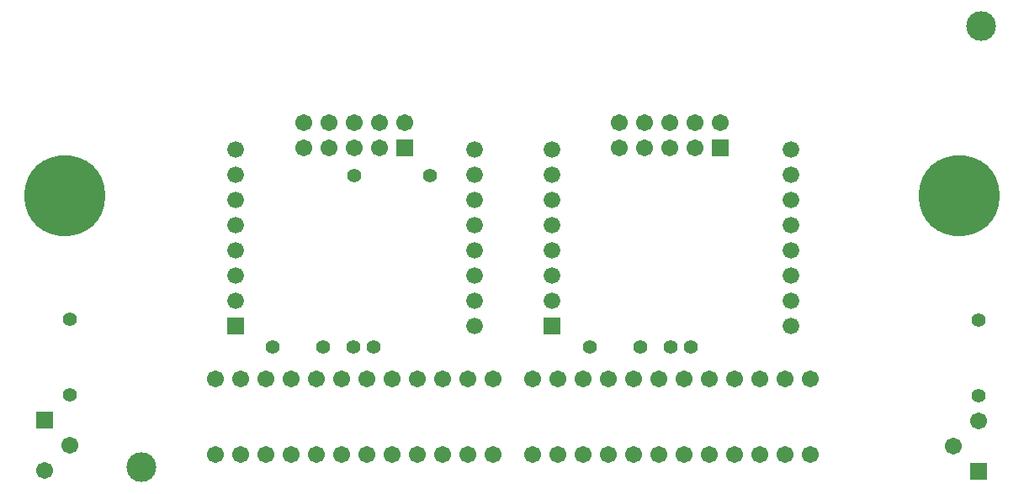
<source format=gbs>
G04*
G04 #@! TF.GenerationSoftware,Altium Limited,Altium Designer,20.0.13 (296)*
G04*
G04 Layer_Color=16711935*
%FSLAX25Y25*%
%MOIN*%
G70*
G01*
G75*
%ADD13C,0.32087*%
%ADD14C,0.11811*%
%ADD15C,0.06591*%
%ADD16R,0.06591X0.06591*%
%ADD17C,0.05512*%
%ADD18C,0.06732*%
%ADD19R,0.06732X0.06732*%
%ADD20R,0.06732X0.06732*%
D13*
X19685Y118110D02*
D03*
X374016D02*
D03*
D14*
X382500Y185394D02*
D03*
X50000Y10394D02*
D03*
D15*
X181968Y66457D02*
D03*
Y76457D02*
D03*
Y86457D02*
D03*
Y96457D02*
D03*
Y106457D02*
D03*
Y116457D02*
D03*
Y126457D02*
D03*
Y136457D02*
D03*
X87468Y76457D02*
D03*
Y86457D02*
D03*
Y96457D02*
D03*
Y106457D02*
D03*
Y116457D02*
D03*
Y126457D02*
D03*
Y136457D02*
D03*
X307269Y66457D02*
D03*
Y76457D02*
D03*
Y86457D02*
D03*
Y96457D02*
D03*
Y106457D02*
D03*
Y116457D02*
D03*
Y126457D02*
D03*
Y136457D02*
D03*
X212769Y76457D02*
D03*
Y86457D02*
D03*
Y96457D02*
D03*
Y106457D02*
D03*
Y116457D02*
D03*
Y126457D02*
D03*
Y136457D02*
D03*
D16*
X87468Y66457D02*
D03*
X212769D02*
D03*
D17*
X134468Y125984D02*
D03*
X164469D02*
D03*
X267769Y58268D02*
D03*
X259769D02*
D03*
X141969D02*
D03*
X133968D02*
D03*
X247804Y58234D02*
D03*
X227768Y58268D02*
D03*
X122004Y58234D02*
D03*
X101969Y58268D02*
D03*
X381666Y38957D02*
D03*
Y68957D02*
D03*
X21752Y39272D02*
D03*
Y69272D02*
D03*
D18*
X179469Y15394D02*
D03*
X189469D02*
D03*
X159468D02*
D03*
X169468D02*
D03*
X149469D02*
D03*
X169468Y45394D02*
D03*
X129469Y15394D02*
D03*
X139469D02*
D03*
X109468D02*
D03*
X99468D02*
D03*
X89468D02*
D03*
X119468D02*
D03*
X79469D02*
D03*
X189469Y45394D02*
D03*
X159468D02*
D03*
X179469D02*
D03*
X139469D02*
D03*
X149469D02*
D03*
X119468D02*
D03*
X129469D02*
D03*
X109468D02*
D03*
X99468D02*
D03*
X89468D02*
D03*
X79469D02*
D03*
X305000Y15500D02*
D03*
X315000D02*
D03*
X285000D02*
D03*
X295000D02*
D03*
X275000D02*
D03*
X295000Y45500D02*
D03*
X255000Y15500D02*
D03*
X265000D02*
D03*
X235000D02*
D03*
X225000D02*
D03*
X215000D02*
D03*
X245000D02*
D03*
X205000D02*
D03*
X315000Y45500D02*
D03*
X285000D02*
D03*
X305000D02*
D03*
X265000D02*
D03*
X275000D02*
D03*
X245000D02*
D03*
X255000D02*
D03*
X235000D02*
D03*
X225000D02*
D03*
X215000D02*
D03*
X205000D02*
D03*
X21752Y19272D02*
D03*
X11752Y9272D02*
D03*
X371666Y18957D02*
D03*
X381666Y28957D02*
D03*
X114469Y137047D02*
D03*
X144468D02*
D03*
X134468D02*
D03*
X124469D02*
D03*
X144468Y147047D02*
D03*
X154469D02*
D03*
X134468D02*
D03*
X124469D02*
D03*
X114469D02*
D03*
X239469Y137047D02*
D03*
X269468D02*
D03*
X259469D02*
D03*
X249468D02*
D03*
X269468Y147047D02*
D03*
X279468D02*
D03*
X259469D02*
D03*
X249468D02*
D03*
X239469D02*
D03*
D19*
X11752Y29272D02*
D03*
X381666Y8957D02*
D03*
D20*
X154469Y137047D02*
D03*
X279468D02*
D03*
M02*

</source>
